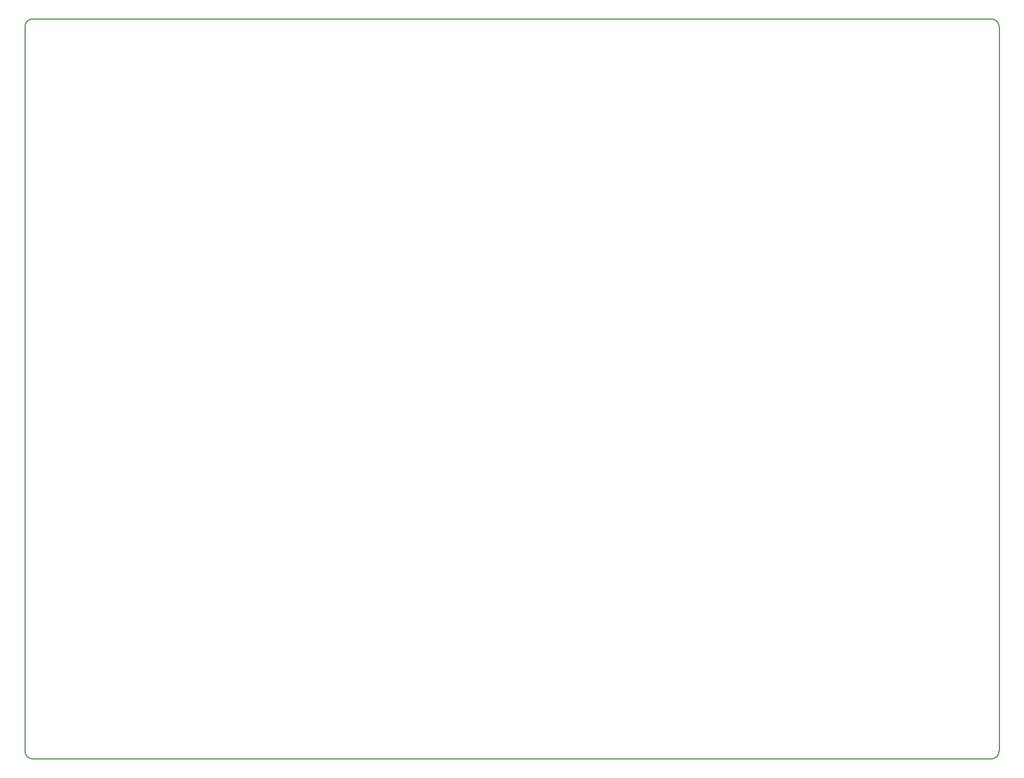
<source format=gbr>
G04 #@! TF.GenerationSoftware,KiCad,Pcbnew,(5.0.2)-1*
G04 #@! TF.CreationDate,2019-01-18T04:18:10-08:00*
G04 #@! TF.ProjectId,samsamps,73616d73-616d-4707-932e-6b696361645f,rev?*
G04 #@! TF.SameCoordinates,Original*
G04 #@! TF.FileFunction,Profile,NP*
%FSLAX46Y46*%
G04 Gerber Fmt 4.6, Leading zero omitted, Abs format (unit mm)*
G04 Created by KiCad (PCBNEW (5.0.2)-1) date 1/18/2019 4:18:10 AM*
%MOMM*%
%LPD*%
G01*
G04 APERTURE LIST*
%ADD10C,0.150000*%
G04 APERTURE END LIST*
D10*
X77470000Y-33020000D02*
G75*
G02X78740000Y-31750000I1270000J0D01*
G01*
X227330000Y-31750000D02*
G75*
G02X228600000Y-33020000I0J-1270000D01*
G01*
X228600000Y-145415000D02*
G75*
G02X227330000Y-146685000I-1270000J0D01*
G01*
X78740000Y-146685000D02*
G75*
G02X77470000Y-145415000I0J1270000D01*
G01*
X227330000Y-31750000D02*
X78740000Y-31750000D01*
X228600000Y-145415000D02*
X228600000Y-33020000D01*
X78740000Y-146685000D02*
X227330000Y-146685000D01*
X77470000Y-33020000D02*
X77470000Y-145415000D01*
M02*

</source>
